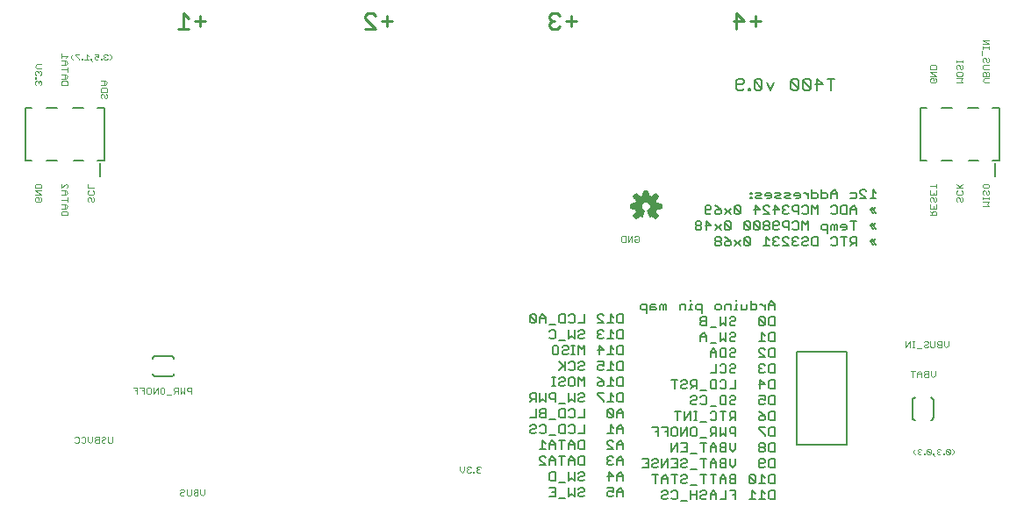
<source format=gbo>
G75*
%MOIN*%
%OFA0B0*%
%FSLAX24Y24*%
%IPPOS*%
%LPD*%
%AMOC8*
5,1,8,0,0,1.08239X$1,22.5*
%
%ADD10C,0.0080*%
%ADD11C,0.0060*%
%ADD12C,0.0110*%
%ADD13C,0.0040*%
%ADD14C,0.0050*%
%ADD15C,0.0059*%
D10*
X021695Y021750D02*
X022324Y021750D01*
X022325Y021750D02*
X022341Y021755D01*
X022357Y021763D01*
X022371Y021773D01*
X022383Y021785D01*
X022393Y021800D01*
X022400Y021816D01*
X022404Y021833D01*
X022405Y021850D01*
X022403Y021868D01*
X022403Y022419D02*
X022405Y022437D01*
X022404Y022454D01*
X022400Y022471D01*
X022393Y022487D01*
X022383Y022502D01*
X022371Y022514D01*
X022357Y022524D01*
X022341Y022532D01*
X022325Y022537D01*
X022324Y022537D02*
X021695Y022537D01*
X021694Y022537D02*
X021678Y022532D01*
X021662Y022524D01*
X021648Y022514D01*
X021636Y022502D01*
X021626Y022487D01*
X021619Y022471D01*
X021615Y022454D01*
X021614Y022437D01*
X021616Y022419D01*
X021616Y021868D02*
X021614Y021850D01*
X021615Y021833D01*
X021619Y021816D01*
X021626Y021800D01*
X021636Y021785D01*
X021648Y021773D01*
X021662Y021763D01*
X021678Y021755D01*
X021694Y021750D01*
X043786Y032703D02*
X043786Y032984D01*
X043856Y033054D01*
X043997Y033054D01*
X044067Y032984D01*
X044067Y032914D01*
X043997Y032843D01*
X043786Y032843D01*
X043786Y032703D02*
X043856Y032633D01*
X043997Y032633D01*
X044067Y032703D01*
X044227Y032703D02*
X044227Y032633D01*
X044297Y032633D01*
X044297Y032703D01*
X044227Y032703D01*
X044477Y032703D02*
X044477Y032984D01*
X044757Y032703D01*
X044687Y032633D01*
X044547Y032633D01*
X044477Y032703D01*
X044757Y032703D02*
X044757Y032984D01*
X044687Y033054D01*
X044547Y033054D01*
X044477Y032984D01*
X044937Y032914D02*
X045077Y032633D01*
X045218Y032914D01*
X045858Y032984D02*
X046138Y032703D01*
X046068Y032633D01*
X045928Y032633D01*
X045858Y032703D01*
X045858Y032984D01*
X045928Y033054D01*
X046068Y033054D01*
X046138Y032984D01*
X046138Y032703D01*
X046318Y032703D02*
X046318Y032984D01*
X046599Y032703D01*
X046529Y032633D01*
X046389Y032633D01*
X046318Y032703D01*
X046318Y032984D02*
X046389Y033054D01*
X046529Y033054D01*
X046599Y032984D01*
X046599Y032703D01*
X046779Y032843D02*
X047059Y032843D01*
X046849Y033054D01*
X046849Y032633D01*
X047379Y032633D02*
X047379Y033054D01*
X047239Y033054D02*
X047520Y033054D01*
X050464Y020843D02*
X050464Y020193D01*
X050466Y020176D01*
X050470Y020159D01*
X050477Y020143D01*
X050487Y020129D01*
X050500Y020116D01*
X050514Y020106D01*
X050530Y020099D01*
X050547Y020095D01*
X050564Y020093D01*
X051164Y020093D02*
X051181Y020095D01*
X051198Y020099D01*
X051214Y020106D01*
X051228Y020116D01*
X051241Y020129D01*
X051251Y020143D01*
X051258Y020159D01*
X051262Y020176D01*
X051264Y020193D01*
X051264Y020843D01*
X051262Y020860D01*
X051258Y020877D01*
X051251Y020893D01*
X051241Y020907D01*
X051228Y020920D01*
X051214Y020930D01*
X051198Y020937D01*
X051181Y020941D01*
X051164Y020943D01*
X050564Y020943D02*
X050547Y020941D01*
X050530Y020937D01*
X050514Y020930D01*
X050500Y020920D01*
X050487Y020907D01*
X050477Y020893D01*
X050470Y020877D01*
X050466Y020860D01*
X050464Y020843D01*
D11*
X045230Y020673D02*
X045059Y020673D01*
X045003Y020730D01*
X045003Y020957D01*
X045059Y021014D01*
X045230Y021014D01*
X045230Y020673D01*
X045230Y020414D02*
X045059Y020414D01*
X045003Y020357D01*
X045003Y020130D01*
X045059Y020073D01*
X045230Y020073D01*
X045230Y020414D01*
X044861Y020243D02*
X044691Y020243D01*
X044634Y020187D01*
X044634Y020130D01*
X044691Y020073D01*
X044804Y020073D01*
X044861Y020130D01*
X044861Y020243D01*
X044748Y020357D01*
X044634Y020414D01*
X044691Y020673D02*
X044804Y020673D01*
X044861Y020730D01*
X044861Y020843D02*
X044748Y020900D01*
X044691Y020900D01*
X044634Y020843D01*
X044634Y020730D01*
X044691Y020673D01*
X044861Y020843D02*
X044861Y021014D01*
X044634Y021014D01*
X044691Y021273D02*
X044691Y021614D01*
X044861Y021443D01*
X044634Y021443D01*
X045003Y021330D02*
X045003Y021557D01*
X045059Y021614D01*
X045230Y021614D01*
X045230Y021273D01*
X045059Y021273D01*
X045003Y021330D01*
X045059Y021873D02*
X045003Y021930D01*
X045003Y022157D01*
X045059Y022214D01*
X045230Y022214D01*
X045230Y021873D01*
X045059Y021873D01*
X044861Y021930D02*
X044804Y021873D01*
X044691Y021873D01*
X044634Y021930D01*
X044634Y021987D01*
X044691Y022043D01*
X044748Y022043D01*
X044691Y022043D02*
X044634Y022100D01*
X044634Y022157D01*
X044691Y022214D01*
X044804Y022214D01*
X044861Y022157D01*
X044861Y022473D02*
X044634Y022700D01*
X044634Y022757D01*
X044691Y022814D01*
X044804Y022814D01*
X044861Y022757D01*
X045003Y022757D02*
X045059Y022814D01*
X045230Y022814D01*
X045230Y022473D01*
X045059Y022473D01*
X045003Y022530D01*
X045003Y022757D01*
X044861Y022473D02*
X044634Y022473D01*
X044634Y023073D02*
X044861Y023073D01*
X044748Y023073D02*
X044748Y023414D01*
X044861Y023300D01*
X045003Y023357D02*
X045059Y023414D01*
X045230Y023414D01*
X045230Y023073D01*
X045059Y023073D01*
X045003Y023130D01*
X045003Y023357D01*
X045059Y023673D02*
X045003Y023730D01*
X045003Y023957D01*
X045059Y024014D01*
X045230Y024014D01*
X045230Y023673D01*
X045059Y023673D01*
X044861Y023730D02*
X044634Y023957D01*
X044634Y023730D01*
X044691Y023673D01*
X044804Y023673D01*
X044861Y023730D01*
X044861Y023957D01*
X044804Y024014D01*
X044691Y024014D01*
X044634Y023957D01*
X044498Y024273D02*
X044327Y024273D01*
X044327Y024614D01*
X044327Y024500D02*
X044498Y024500D01*
X044554Y024443D01*
X044554Y024330D01*
X044498Y024273D01*
X044691Y024500D02*
X044748Y024500D01*
X044861Y024387D01*
X044861Y024500D02*
X044861Y024273D01*
X045003Y024273D02*
X045003Y024500D01*
X045116Y024614D01*
X045230Y024500D01*
X045230Y024273D01*
X045230Y024443D02*
X045003Y024443D01*
X044186Y024500D02*
X044186Y024330D01*
X044129Y024273D01*
X043959Y024273D01*
X043959Y024500D01*
X043818Y024500D02*
X043761Y024500D01*
X043761Y024273D01*
X043818Y024273D02*
X043704Y024273D01*
X043572Y024273D02*
X043572Y024500D01*
X043402Y024500D01*
X043345Y024443D01*
X043345Y024273D01*
X043204Y024330D02*
X043147Y024273D01*
X043034Y024273D01*
X042977Y024330D01*
X042977Y024443D01*
X043034Y024500D01*
X043147Y024500D01*
X043204Y024443D01*
X043204Y024330D01*
X043161Y024014D02*
X043161Y023673D01*
X043275Y023787D01*
X043388Y023673D01*
X043388Y024014D01*
X043529Y023957D02*
X043586Y024014D01*
X043700Y024014D01*
X043756Y023957D01*
X043756Y023900D01*
X043700Y023843D01*
X043586Y023843D01*
X043529Y023787D01*
X043529Y023730D01*
X043586Y023673D01*
X043700Y023673D01*
X043756Y023730D01*
X043700Y023414D02*
X043756Y023357D01*
X043756Y023300D01*
X043700Y023243D01*
X043586Y023243D01*
X043529Y023187D01*
X043529Y023130D01*
X043586Y023073D01*
X043700Y023073D01*
X043756Y023130D01*
X043700Y023414D02*
X043586Y023414D01*
X043529Y023357D01*
X043388Y023414D02*
X043388Y023073D01*
X043275Y023187D01*
X043161Y023073D01*
X043161Y023414D01*
X043020Y023617D02*
X042793Y023617D01*
X042651Y023673D02*
X042481Y023673D01*
X042424Y023730D01*
X042424Y023787D01*
X042481Y023843D01*
X042651Y023843D01*
X042651Y023673D02*
X042651Y024014D01*
X042481Y024014D01*
X042424Y023957D01*
X042424Y023900D01*
X042481Y023843D01*
X042467Y024160D02*
X042467Y024500D01*
X042297Y024500D01*
X042240Y024443D01*
X042240Y024330D01*
X042297Y024273D01*
X042467Y024273D01*
X042099Y024273D02*
X041985Y024273D01*
X042042Y024273D02*
X042042Y024500D01*
X042099Y024500D01*
X042042Y024614D02*
X042042Y024670D01*
X041853Y024500D02*
X041853Y024273D01*
X041626Y024273D02*
X041626Y024443D01*
X041683Y024500D01*
X041853Y024500D01*
X041117Y024500D02*
X041117Y024273D01*
X041003Y024273D02*
X041003Y024443D01*
X040947Y024500D01*
X040890Y024443D01*
X040890Y024273D01*
X040748Y024330D02*
X040692Y024387D01*
X040521Y024387D01*
X040521Y024443D02*
X040521Y024273D01*
X040692Y024273D01*
X040748Y024330D01*
X040692Y024500D02*
X040578Y024500D01*
X040521Y024443D01*
X040380Y024500D02*
X040380Y024160D01*
X040380Y024273D02*
X040210Y024273D01*
X040153Y024330D01*
X040153Y024443D01*
X040210Y024500D01*
X040380Y024500D01*
X041003Y024443D02*
X041060Y024500D01*
X041117Y024500D01*
X039480Y024114D02*
X039480Y023773D01*
X039309Y023773D01*
X039253Y023830D01*
X039253Y024057D01*
X039309Y024114D01*
X039480Y024114D01*
X039111Y024000D02*
X038998Y024114D01*
X038998Y023773D01*
X039111Y023773D02*
X038884Y023773D01*
X038743Y023773D02*
X038516Y024000D01*
X038516Y024057D01*
X038573Y024114D01*
X038686Y024114D01*
X038743Y024057D01*
X038743Y023773D02*
X038516Y023773D01*
X038573Y023514D02*
X038516Y023457D01*
X038516Y023400D01*
X038573Y023343D01*
X038516Y023287D01*
X038516Y023230D01*
X038573Y023173D01*
X038686Y023173D01*
X038743Y023230D01*
X038884Y023173D02*
X039111Y023173D01*
X038998Y023173D02*
X038998Y023514D01*
X039111Y023400D01*
X039253Y023457D02*
X039309Y023514D01*
X039480Y023514D01*
X039480Y023173D01*
X039309Y023173D01*
X039253Y023230D01*
X039253Y023457D01*
X038743Y023457D02*
X038686Y023514D01*
X038573Y023514D01*
X038573Y023343D02*
X038629Y023343D01*
X038573Y022914D02*
X038743Y022743D01*
X038516Y022743D01*
X038573Y022573D02*
X038573Y022914D01*
X038998Y022914D02*
X038998Y022573D01*
X039111Y022573D02*
X038884Y022573D01*
X038998Y022314D02*
X038998Y021973D01*
X039111Y021973D02*
X038884Y021973D01*
X038743Y022030D02*
X038686Y021973D01*
X038573Y021973D01*
X038516Y022030D01*
X038516Y022143D01*
X038573Y022200D01*
X038629Y022200D01*
X038743Y022143D01*
X038743Y022314D01*
X038516Y022314D01*
X038998Y022314D02*
X039111Y022200D01*
X039253Y022257D02*
X039309Y022314D01*
X039480Y022314D01*
X039480Y021973D01*
X039309Y021973D01*
X039253Y022030D01*
X039253Y022257D01*
X039309Y022573D02*
X039253Y022630D01*
X039253Y022857D01*
X039309Y022914D01*
X039480Y022914D01*
X039480Y022573D01*
X039309Y022573D01*
X039111Y022800D02*
X038998Y022914D01*
X038006Y022914D02*
X038006Y022573D01*
X037779Y022573D02*
X037779Y022914D01*
X037893Y022800D01*
X038006Y022914D01*
X037950Y023173D02*
X038006Y023230D01*
X037950Y023173D02*
X037836Y023173D01*
X037779Y023230D01*
X037779Y023287D01*
X037836Y023343D01*
X037950Y023343D01*
X038006Y023400D01*
X038006Y023457D01*
X037950Y023514D01*
X037836Y023514D01*
X037779Y023457D01*
X037638Y023514D02*
X037638Y023173D01*
X037525Y023287D01*
X037411Y023173D01*
X037411Y023514D01*
X037468Y023773D02*
X037411Y023830D01*
X037468Y023773D02*
X037581Y023773D01*
X037638Y023830D01*
X037638Y024057D01*
X037581Y024114D01*
X037468Y024114D01*
X037411Y024057D01*
X037270Y024114D02*
X037099Y024114D01*
X037043Y024057D01*
X037043Y023830D01*
X037099Y023773D01*
X037270Y023773D01*
X037270Y024114D01*
X036901Y023717D02*
X036674Y023717D01*
X036533Y023773D02*
X036533Y024000D01*
X036420Y024114D01*
X036306Y024000D01*
X036306Y023773D01*
X036165Y023830D02*
X035938Y024057D01*
X035938Y023830D01*
X035995Y023773D01*
X036108Y023773D01*
X036165Y023830D01*
X036165Y024057D01*
X036108Y024114D01*
X035995Y024114D01*
X035938Y024057D01*
X036306Y023943D02*
X036533Y023943D01*
X036731Y023514D02*
X036845Y023514D01*
X036901Y023457D01*
X036901Y023230D01*
X036845Y023173D01*
X036731Y023173D01*
X036674Y023230D01*
X036674Y023457D02*
X036731Y023514D01*
X037043Y023117D02*
X037270Y023117D01*
X037222Y022914D02*
X037336Y022914D01*
X037392Y022857D01*
X037392Y022800D01*
X037336Y022743D01*
X037222Y022743D01*
X037166Y022687D01*
X037166Y022630D01*
X037222Y022573D01*
X037336Y022573D01*
X037392Y022630D01*
X037525Y022573D02*
X037638Y022573D01*
X037581Y022573D02*
X037581Y022914D01*
X037525Y022914D02*
X037638Y022914D01*
X037222Y022914D02*
X037166Y022857D01*
X037024Y022857D02*
X037024Y022630D01*
X036967Y022573D01*
X036854Y022573D01*
X036797Y022630D01*
X036797Y022857D01*
X036854Y022914D01*
X036967Y022914D01*
X037024Y022857D01*
X037043Y022314D02*
X037270Y022087D01*
X037213Y022143D02*
X037043Y021973D01*
X037270Y021973D02*
X037270Y022314D01*
X037411Y022257D02*
X037468Y022314D01*
X037581Y022314D01*
X037638Y022257D01*
X037638Y022030D01*
X037581Y021973D01*
X037468Y021973D01*
X037411Y022030D01*
X037468Y021714D02*
X037411Y021657D01*
X037411Y021430D01*
X037468Y021373D01*
X037581Y021373D01*
X037638Y021430D01*
X037638Y021657D01*
X037581Y021714D01*
X037468Y021714D01*
X037270Y021657D02*
X037270Y021600D01*
X037213Y021543D01*
X037099Y021543D01*
X037043Y021487D01*
X037043Y021430D01*
X037099Y021373D01*
X037213Y021373D01*
X037270Y021430D01*
X037270Y021657D02*
X037213Y021714D01*
X037099Y021714D01*
X037043Y021657D01*
X036901Y021714D02*
X036788Y021714D01*
X036845Y021714D02*
X036845Y021373D01*
X036901Y021373D02*
X036788Y021373D01*
X036731Y021114D02*
X036674Y021057D01*
X036674Y020943D01*
X036731Y020887D01*
X036901Y020887D01*
X036901Y020773D02*
X036901Y021114D01*
X036731Y021114D01*
X036533Y021114D02*
X036533Y020773D01*
X036420Y020887D01*
X036306Y020773D01*
X036306Y021114D01*
X036165Y021114D02*
X035995Y021114D01*
X035938Y021057D01*
X035938Y020943D01*
X035995Y020887D01*
X036165Y020887D01*
X036165Y020773D02*
X036165Y021114D01*
X036051Y020887D02*
X035938Y020773D01*
X036165Y020514D02*
X036165Y020173D01*
X035938Y020173D01*
X035995Y019914D02*
X036108Y019914D01*
X036165Y019857D01*
X036165Y019800D01*
X036108Y019743D01*
X035995Y019743D01*
X035938Y019687D01*
X035938Y019630D01*
X035995Y019573D01*
X036108Y019573D01*
X036165Y019630D01*
X036306Y019630D02*
X036363Y019573D01*
X036476Y019573D01*
X036533Y019630D01*
X036533Y019857D01*
X036476Y019914D01*
X036363Y019914D01*
X036306Y019857D01*
X035995Y019914D02*
X035938Y019857D01*
X036306Y020230D02*
X036363Y020173D01*
X036533Y020173D01*
X036533Y020514D01*
X036363Y020514D01*
X036306Y020457D01*
X036306Y020400D01*
X036363Y020343D01*
X036533Y020343D01*
X036363Y020343D02*
X036306Y020287D01*
X036306Y020230D01*
X036674Y020117D02*
X036901Y020117D01*
X037043Y020230D02*
X037043Y020457D01*
X037099Y020514D01*
X037270Y020514D01*
X037270Y020173D01*
X037099Y020173D01*
X037043Y020230D01*
X037099Y019914D02*
X037270Y019914D01*
X037270Y019573D01*
X037099Y019573D01*
X037043Y019630D01*
X037043Y019857D01*
X037099Y019914D01*
X037411Y019857D02*
X037468Y019914D01*
X037581Y019914D01*
X037638Y019857D01*
X037638Y019630D01*
X037581Y019573D01*
X037468Y019573D01*
X037411Y019630D01*
X037525Y019314D02*
X037411Y019200D01*
X037411Y018973D01*
X037411Y019143D02*
X037638Y019143D01*
X037638Y019200D02*
X037525Y019314D01*
X037638Y019200D02*
X037638Y018973D01*
X037779Y019030D02*
X037779Y019257D01*
X037836Y019314D01*
X038006Y019314D01*
X038006Y018973D01*
X037836Y018973D01*
X037779Y019030D01*
X037836Y018714D02*
X038006Y018714D01*
X038006Y018373D01*
X037836Y018373D01*
X037779Y018430D01*
X037779Y018657D01*
X037836Y018714D01*
X037638Y018600D02*
X037525Y018714D01*
X037411Y018600D01*
X037411Y018373D01*
X037411Y018543D02*
X037638Y018543D01*
X037638Y018600D02*
X037638Y018373D01*
X037638Y018114D02*
X037638Y017773D01*
X037525Y017887D01*
X037411Y017773D01*
X037411Y018114D01*
X037156Y018373D02*
X037156Y018714D01*
X037043Y018714D02*
X037270Y018714D01*
X037156Y018973D02*
X037156Y019314D01*
X037043Y019314D02*
X037270Y019314D01*
X036901Y019200D02*
X036788Y019314D01*
X036674Y019200D01*
X036674Y018973D01*
X036533Y018973D02*
X036306Y018973D01*
X036420Y018973D02*
X036420Y019314D01*
X036533Y019200D01*
X036674Y019143D02*
X036901Y019143D01*
X036901Y019200D02*
X036901Y018973D01*
X036788Y018714D02*
X036674Y018600D01*
X036674Y018373D01*
X036533Y018373D02*
X036306Y018600D01*
X036306Y018657D01*
X036363Y018714D01*
X036476Y018714D01*
X036533Y018657D01*
X036674Y018543D02*
X036901Y018543D01*
X036901Y018600D02*
X036788Y018714D01*
X036901Y018600D02*
X036901Y018373D01*
X036901Y018114D02*
X036731Y018114D01*
X036674Y018057D01*
X036674Y017830D01*
X036731Y017773D01*
X036901Y017773D01*
X036901Y018114D01*
X037043Y017717D02*
X037270Y017717D01*
X037411Y017514D02*
X037411Y017173D01*
X037525Y017287D01*
X037638Y017173D01*
X037638Y017514D01*
X037779Y017457D02*
X037836Y017514D01*
X037950Y017514D01*
X038006Y017457D01*
X038006Y017400D01*
X037950Y017343D01*
X037836Y017343D01*
X037779Y017287D01*
X037779Y017230D01*
X037836Y017173D01*
X037950Y017173D01*
X038006Y017230D01*
X037950Y017773D02*
X038006Y017830D01*
X037950Y017773D02*
X037836Y017773D01*
X037779Y017830D01*
X037779Y017887D01*
X037836Y017943D01*
X037950Y017943D01*
X038006Y018000D01*
X038006Y018057D01*
X037950Y018114D01*
X037836Y018114D01*
X037779Y018057D01*
X036901Y017514D02*
X036901Y017173D01*
X036674Y017173D01*
X036788Y017343D02*
X036901Y017343D01*
X036901Y017514D02*
X036674Y017514D01*
X037043Y017117D02*
X037270Y017117D01*
X036533Y018373D02*
X036306Y018373D01*
X036674Y019517D02*
X036901Y019517D01*
X037468Y020173D02*
X037411Y020230D01*
X037468Y020173D02*
X037581Y020173D01*
X037638Y020230D01*
X037638Y020457D01*
X037581Y020514D01*
X037468Y020514D01*
X037411Y020457D01*
X037270Y020717D02*
X037043Y020717D01*
X037411Y020773D02*
X037411Y021114D01*
X037638Y021114D02*
X037638Y020773D01*
X037525Y020887D01*
X037411Y020773D01*
X037779Y020830D02*
X037836Y020773D01*
X037950Y020773D01*
X038006Y020830D01*
X037950Y020943D02*
X037836Y020943D01*
X037779Y020887D01*
X037779Y020830D01*
X037950Y020943D02*
X038006Y021000D01*
X038006Y021057D01*
X037950Y021114D01*
X037836Y021114D01*
X037779Y021057D01*
X037779Y021373D02*
X037779Y021714D01*
X037893Y021600D01*
X038006Y021714D01*
X038006Y021373D01*
X038516Y021430D02*
X038516Y021487D01*
X038573Y021543D01*
X038743Y021543D01*
X038743Y021430D01*
X038686Y021373D01*
X038573Y021373D01*
X038516Y021430D01*
X038629Y021657D02*
X038743Y021543D01*
X038629Y021657D02*
X038516Y021714D01*
X038998Y021714D02*
X038998Y021373D01*
X039111Y021373D02*
X038884Y021373D01*
X038998Y021114D02*
X038998Y020773D01*
X039111Y020773D02*
X038884Y020773D01*
X038743Y020773D02*
X038743Y020830D01*
X038516Y021057D01*
X038516Y021114D01*
X038743Y021114D01*
X038998Y021114D02*
X039111Y021000D01*
X039253Y021057D02*
X039309Y021114D01*
X039480Y021114D01*
X039480Y020773D01*
X039309Y020773D01*
X039253Y020830D01*
X039253Y021057D01*
X039309Y021373D02*
X039253Y021430D01*
X039253Y021657D01*
X039309Y021714D01*
X039480Y021714D01*
X039480Y021373D01*
X039309Y021373D01*
X039111Y021600D02*
X038998Y021714D01*
X038006Y022030D02*
X037950Y021973D01*
X037836Y021973D01*
X037779Y022030D01*
X037779Y022087D01*
X037836Y022143D01*
X037950Y022143D01*
X038006Y022200D01*
X038006Y022257D01*
X037950Y022314D01*
X037836Y022314D01*
X037779Y022257D01*
X037779Y023773D02*
X038006Y023773D01*
X038006Y024114D01*
X041320Y021614D02*
X041546Y021614D01*
X041433Y021614D02*
X041433Y021273D01*
X041688Y021330D02*
X041745Y021273D01*
X041858Y021273D01*
X041915Y021330D01*
X041858Y021443D02*
X041745Y021443D01*
X041688Y021387D01*
X041688Y021330D01*
X041858Y021443D02*
X041915Y021500D01*
X041915Y021557D01*
X041858Y021614D01*
X041745Y021614D01*
X041688Y021557D01*
X042056Y021557D02*
X042056Y021443D01*
X042113Y021387D01*
X042283Y021387D01*
X042170Y021387D02*
X042056Y021273D01*
X042283Y021273D02*
X042283Y021614D01*
X042113Y021614D01*
X042056Y021557D01*
X042424Y021217D02*
X042651Y021217D01*
X042793Y021330D02*
X042793Y021557D01*
X042849Y021614D01*
X043020Y021614D01*
X043020Y021273D01*
X042849Y021273D01*
X042793Y021330D01*
X043161Y021330D02*
X043218Y021273D01*
X043331Y021273D01*
X043388Y021330D01*
X043388Y021557D01*
X043331Y021614D01*
X043218Y021614D01*
X043161Y021557D01*
X043218Y021873D02*
X043161Y021930D01*
X043218Y021873D02*
X043331Y021873D01*
X043388Y021930D01*
X043388Y022157D01*
X043331Y022214D01*
X043218Y022214D01*
X043161Y022157D01*
X043020Y022214D02*
X043020Y021873D01*
X042793Y021873D01*
X042793Y022473D02*
X042793Y022700D01*
X042906Y022814D01*
X043020Y022700D01*
X043020Y022473D01*
X043161Y022530D02*
X043161Y022757D01*
X043218Y022814D01*
X043388Y022814D01*
X043388Y022473D01*
X043218Y022473D01*
X043161Y022530D01*
X043020Y022643D02*
X042793Y022643D01*
X042793Y023017D02*
X043020Y023017D01*
X042651Y023073D02*
X042651Y023300D01*
X042538Y023414D01*
X042424Y023300D01*
X042424Y023073D01*
X042424Y023243D02*
X042651Y023243D01*
X043529Y022757D02*
X043586Y022814D01*
X043700Y022814D01*
X043756Y022757D01*
X043756Y022700D01*
X043700Y022643D01*
X043586Y022643D01*
X043529Y022587D01*
X043529Y022530D01*
X043586Y022473D01*
X043700Y022473D01*
X043756Y022530D01*
X043700Y022214D02*
X043756Y022157D01*
X043756Y022100D01*
X043700Y022043D01*
X043586Y022043D01*
X043529Y021987D01*
X043529Y021930D01*
X043586Y021873D01*
X043700Y021873D01*
X043756Y021930D01*
X043700Y022214D02*
X043586Y022214D01*
X043529Y022157D01*
X043756Y021614D02*
X043756Y021273D01*
X043529Y021273D01*
X043586Y021014D02*
X043700Y021014D01*
X043756Y020957D01*
X043756Y020900D01*
X043700Y020843D01*
X043586Y020843D01*
X043529Y020787D01*
X043529Y020730D01*
X043586Y020673D01*
X043700Y020673D01*
X043756Y020730D01*
X043756Y020414D02*
X043586Y020414D01*
X043529Y020357D01*
X043529Y020243D01*
X043586Y020187D01*
X043756Y020187D01*
X043643Y020187D02*
X043529Y020073D01*
X043756Y020073D02*
X043756Y020414D01*
X043388Y020414D02*
X043161Y020414D01*
X043275Y020414D02*
X043275Y020073D01*
X043020Y020130D02*
X042963Y020073D01*
X042849Y020073D01*
X042793Y020130D01*
X042651Y020017D02*
X042424Y020017D01*
X042283Y020073D02*
X042170Y020073D01*
X042226Y020073D02*
X042226Y020414D01*
X042170Y020414D02*
X042283Y020414D01*
X042037Y020414D02*
X041811Y020073D01*
X041811Y020414D01*
X041669Y020414D02*
X041442Y020414D01*
X041556Y020414D02*
X041556Y020073D01*
X041490Y019814D02*
X041546Y019757D01*
X041546Y019530D01*
X041490Y019473D01*
X041376Y019473D01*
X041320Y019530D01*
X041320Y019757D01*
X041376Y019814D01*
X041490Y019814D01*
X041688Y019814D02*
X041688Y019473D01*
X041915Y019814D01*
X041915Y019473D01*
X042056Y019530D02*
X042056Y019757D01*
X042113Y019814D01*
X042226Y019814D01*
X042283Y019757D01*
X042283Y019530D01*
X042226Y019473D01*
X042113Y019473D01*
X042056Y019530D01*
X041915Y019214D02*
X041915Y018873D01*
X041688Y018873D01*
X041546Y018873D02*
X041546Y019214D01*
X041320Y018873D01*
X041320Y019214D01*
X041178Y019473D02*
X041178Y019814D01*
X040951Y019814D01*
X040810Y019814D02*
X040583Y019814D01*
X040696Y019643D02*
X040810Y019643D01*
X040810Y019473D02*
X040810Y019814D01*
X041065Y019643D02*
X041178Y019643D01*
X041688Y019214D02*
X041915Y019214D01*
X041915Y019043D02*
X041801Y019043D01*
X042056Y018817D02*
X042283Y018817D01*
X042424Y018614D02*
X042651Y018614D01*
X042538Y018614D02*
X042538Y018273D01*
X042793Y018273D02*
X042793Y018500D01*
X042906Y018614D01*
X043020Y018500D01*
X043020Y018273D01*
X043161Y018330D02*
X043161Y018387D01*
X043218Y018443D01*
X043388Y018443D01*
X043529Y018387D02*
X043529Y018614D01*
X043388Y018614D02*
X043218Y018614D01*
X043161Y018557D01*
X043161Y018500D01*
X043218Y018443D01*
X043161Y018330D02*
X043218Y018273D01*
X043388Y018273D01*
X043388Y018614D01*
X043388Y018873D02*
X043218Y018873D01*
X043161Y018930D01*
X043161Y018987D01*
X043218Y019043D01*
X043388Y019043D01*
X043529Y018987D02*
X043529Y019214D01*
X043388Y019214D02*
X043218Y019214D01*
X043161Y019157D01*
X043161Y019100D01*
X043218Y019043D01*
X043020Y019043D02*
X042793Y019043D01*
X042793Y019100D02*
X042793Y018873D01*
X043020Y018873D02*
X043020Y019100D01*
X042906Y019214D01*
X042793Y019100D01*
X042651Y019214D02*
X042424Y019214D01*
X042538Y019214D02*
X042538Y018873D01*
X042793Y018443D02*
X043020Y018443D01*
X043020Y018014D02*
X042793Y018014D01*
X042906Y018014D02*
X042906Y017673D01*
X043161Y017673D02*
X043161Y017900D01*
X043275Y018014D01*
X043388Y017900D01*
X043388Y017673D01*
X043529Y017730D02*
X043586Y017673D01*
X043756Y017673D01*
X043756Y018014D01*
X043586Y018014D01*
X043529Y017957D01*
X043529Y017900D01*
X043586Y017843D01*
X043756Y017843D01*
X043586Y017843D02*
X043529Y017787D01*
X043529Y017730D01*
X043388Y017843D02*
X043161Y017843D01*
X043388Y017414D02*
X043388Y017073D01*
X043161Y017073D01*
X043020Y017073D02*
X043020Y017300D01*
X042906Y017414D01*
X042793Y017300D01*
X042793Y017073D01*
X042651Y017130D02*
X042595Y017073D01*
X042481Y017073D01*
X042424Y017130D01*
X042424Y017187D01*
X042481Y017243D01*
X042595Y017243D01*
X042651Y017300D01*
X042651Y017357D01*
X042595Y017414D01*
X042481Y017414D01*
X042424Y017357D01*
X042283Y017414D02*
X042283Y017073D01*
X042283Y017243D02*
X042056Y017243D01*
X042056Y017073D02*
X042056Y017414D01*
X042056Y017617D02*
X042283Y017617D01*
X042538Y017673D02*
X042538Y018014D01*
X042651Y018014D02*
X042424Y018014D01*
X042283Y018217D02*
X042056Y018217D01*
X041915Y018330D02*
X041858Y018273D01*
X041745Y018273D01*
X041688Y018330D01*
X041688Y018387D01*
X041745Y018443D01*
X041858Y018443D01*
X041915Y018500D01*
X041915Y018557D01*
X041858Y018614D01*
X041745Y018614D01*
X041688Y018557D01*
X041546Y018614D02*
X041546Y018273D01*
X041320Y018273D01*
X041178Y018273D02*
X041178Y018614D01*
X040951Y018273D01*
X040951Y018614D01*
X040810Y018557D02*
X040810Y018500D01*
X040753Y018443D01*
X040640Y018443D01*
X040583Y018387D01*
X040583Y018330D01*
X040640Y018273D01*
X040753Y018273D01*
X040810Y018330D01*
X040810Y018557D02*
X040753Y018614D01*
X040640Y018614D01*
X040583Y018557D01*
X040441Y018614D02*
X040441Y018273D01*
X040215Y018273D01*
X040328Y018443D02*
X040441Y018443D01*
X040441Y018614D02*
X040215Y018614D01*
X040583Y018014D02*
X040810Y018014D01*
X040696Y018014D02*
X040696Y017673D01*
X040951Y017673D02*
X040951Y017900D01*
X041065Y018014D01*
X041178Y017900D01*
X041178Y017673D01*
X041178Y017843D02*
X040951Y017843D01*
X041320Y018014D02*
X041546Y018014D01*
X041433Y018014D02*
X041433Y017673D01*
X041688Y017730D02*
X041745Y017673D01*
X041858Y017673D01*
X041915Y017730D01*
X041858Y017843D02*
X041745Y017843D01*
X041688Y017787D01*
X041688Y017730D01*
X041858Y017843D02*
X041915Y017900D01*
X041915Y017957D01*
X041858Y018014D01*
X041745Y018014D01*
X041688Y017957D01*
X041546Y018443D02*
X041433Y018443D01*
X041320Y018614D02*
X041546Y018614D01*
X042424Y019417D02*
X042651Y019417D01*
X042793Y019473D02*
X042906Y019587D01*
X042849Y019587D02*
X043020Y019587D01*
X043020Y019473D02*
X043020Y019814D01*
X042849Y019814D01*
X042793Y019757D01*
X042793Y019643D01*
X042849Y019587D01*
X043161Y019473D02*
X043161Y019814D01*
X043388Y019814D02*
X043388Y019473D01*
X043275Y019587D01*
X043161Y019473D01*
X043388Y019214D02*
X043388Y018873D01*
X043529Y018987D02*
X043643Y018873D01*
X043756Y018987D01*
X043756Y019214D01*
X043756Y019473D02*
X043756Y019814D01*
X043586Y019814D01*
X043529Y019757D01*
X043529Y019643D01*
X043586Y019587D01*
X043756Y019587D01*
X044634Y019757D02*
X044861Y019530D01*
X044861Y019473D01*
X045003Y019530D02*
X045003Y019757D01*
X045059Y019814D01*
X045230Y019814D01*
X045230Y019473D01*
X045059Y019473D01*
X045003Y019530D01*
X044861Y019814D02*
X044634Y019814D01*
X044634Y019757D01*
X044691Y019214D02*
X044634Y019157D01*
X044634Y019100D01*
X044691Y019043D01*
X044804Y019043D01*
X044861Y019100D01*
X044861Y019157D01*
X044804Y019214D01*
X044691Y019214D01*
X044691Y019043D02*
X044634Y018987D01*
X044634Y018930D01*
X044691Y018873D01*
X044804Y018873D01*
X044861Y018930D01*
X044861Y018987D01*
X044804Y019043D01*
X045003Y018930D02*
X045003Y019157D01*
X045059Y019214D01*
X045230Y019214D01*
X045230Y018873D01*
X045059Y018873D01*
X045003Y018930D01*
X045059Y018614D02*
X045003Y018557D01*
X045003Y018330D01*
X045059Y018273D01*
X045230Y018273D01*
X045230Y018614D01*
X045059Y018614D01*
X044861Y018557D02*
X044861Y018500D01*
X044804Y018443D01*
X044634Y018443D01*
X044634Y018330D02*
X044634Y018557D01*
X044691Y018614D01*
X044804Y018614D01*
X044861Y018557D01*
X044861Y018330D02*
X044804Y018273D01*
X044691Y018273D01*
X044634Y018330D01*
X044748Y018014D02*
X044748Y017673D01*
X044861Y017673D02*
X044634Y017673D01*
X044493Y017730D02*
X044266Y017957D01*
X044266Y017730D01*
X044323Y017673D01*
X044436Y017673D01*
X044493Y017730D01*
X044493Y017957D01*
X044436Y018014D01*
X044323Y018014D01*
X044266Y017957D01*
X044748Y018014D02*
X044861Y017900D01*
X045003Y017957D02*
X045059Y018014D01*
X045230Y018014D01*
X045230Y017673D01*
X045059Y017673D01*
X045003Y017730D01*
X045003Y017957D01*
X045059Y017414D02*
X045003Y017357D01*
X045003Y017130D01*
X045059Y017073D01*
X045230Y017073D01*
X045230Y017414D01*
X045059Y017414D01*
X044861Y017300D02*
X044748Y017414D01*
X044748Y017073D01*
X044861Y017073D02*
X044634Y017073D01*
X044493Y017073D02*
X044266Y017073D01*
X044379Y017073D02*
X044379Y017414D01*
X044493Y017300D01*
X043756Y017243D02*
X043643Y017243D01*
X043756Y017073D02*
X043756Y017414D01*
X043529Y017414D01*
X043020Y017243D02*
X042793Y017243D01*
X041915Y017017D02*
X041688Y017017D01*
X041546Y017130D02*
X041490Y017073D01*
X041376Y017073D01*
X041320Y017130D01*
X041178Y017130D02*
X041121Y017073D01*
X041008Y017073D01*
X040951Y017130D01*
X040951Y017187D01*
X041008Y017243D01*
X041121Y017243D01*
X041178Y017300D01*
X041178Y017357D01*
X041121Y017414D01*
X041008Y017414D01*
X040951Y017357D01*
X041320Y017357D02*
X041376Y017414D01*
X041490Y017414D01*
X041546Y017357D01*
X041546Y017130D01*
X039480Y017173D02*
X039480Y017400D01*
X039366Y017514D01*
X039253Y017400D01*
X039253Y017173D01*
X039111Y017230D02*
X039054Y017173D01*
X038941Y017173D01*
X038884Y017230D01*
X038884Y017343D01*
X038941Y017400D01*
X038998Y017400D01*
X039111Y017343D01*
X039111Y017514D01*
X038884Y017514D01*
X038941Y017773D02*
X038941Y018114D01*
X039111Y017943D01*
X038884Y017943D01*
X039253Y017943D02*
X039480Y017943D01*
X039480Y018000D02*
X039366Y018114D01*
X039253Y018000D01*
X039253Y017773D01*
X039480Y017773D02*
X039480Y018000D01*
X039480Y018373D02*
X039480Y018600D01*
X039366Y018714D01*
X039253Y018600D01*
X039253Y018373D01*
X039111Y018430D02*
X039054Y018373D01*
X038941Y018373D01*
X038884Y018430D01*
X038884Y018487D01*
X038941Y018543D01*
X038998Y018543D01*
X038941Y018543D02*
X038884Y018600D01*
X038884Y018657D01*
X038941Y018714D01*
X039054Y018714D01*
X039111Y018657D01*
X039253Y018543D02*
X039480Y018543D01*
X039480Y018973D02*
X039480Y019200D01*
X039366Y019314D01*
X039253Y019200D01*
X039253Y018973D01*
X039111Y018973D02*
X038884Y019200D01*
X038884Y019257D01*
X038941Y019314D01*
X039054Y019314D01*
X039111Y019257D01*
X039253Y019143D02*
X039480Y019143D01*
X039111Y018973D02*
X038884Y018973D01*
X038884Y019573D02*
X039111Y019573D01*
X038998Y019573D02*
X038998Y019914D01*
X039111Y019800D01*
X039253Y019800D02*
X039253Y019573D01*
X039253Y019743D02*
X039480Y019743D01*
X039480Y019800D02*
X039366Y019914D01*
X039253Y019800D01*
X039480Y019800D02*
X039480Y019573D01*
X039480Y020173D02*
X039480Y020400D01*
X039366Y020514D01*
X039253Y020400D01*
X039253Y020173D01*
X039111Y020230D02*
X038884Y020457D01*
X038884Y020230D01*
X038941Y020173D01*
X039054Y020173D01*
X039111Y020230D01*
X039111Y020457D01*
X039054Y020514D01*
X038941Y020514D01*
X038884Y020457D01*
X039253Y020343D02*
X039480Y020343D01*
X038006Y020173D02*
X037779Y020173D01*
X038006Y020173D02*
X038006Y020514D01*
X038006Y019914D02*
X038006Y019573D01*
X037779Y019573D01*
X039253Y017343D02*
X039480Y017343D01*
X042037Y020073D02*
X042037Y020414D01*
X042113Y020673D02*
X042226Y020673D01*
X042283Y020730D01*
X042226Y020843D02*
X042113Y020843D01*
X042056Y020787D01*
X042056Y020730D01*
X042113Y020673D01*
X042226Y020843D02*
X042283Y020900D01*
X042283Y020957D01*
X042226Y021014D01*
X042113Y021014D01*
X042056Y020957D01*
X042424Y020957D02*
X042481Y021014D01*
X042595Y021014D01*
X042651Y020957D01*
X042651Y020730D01*
X042595Y020673D01*
X042481Y020673D01*
X042424Y020730D01*
X042793Y020617D02*
X043020Y020617D01*
X043161Y020730D02*
X043161Y020957D01*
X043218Y021014D01*
X043388Y021014D01*
X043388Y020673D01*
X043218Y020673D01*
X043161Y020730D01*
X042963Y020414D02*
X043020Y020357D01*
X043020Y020130D01*
X042963Y020414D02*
X042849Y020414D01*
X042793Y020357D01*
X043529Y020957D02*
X043586Y021014D01*
X043756Y018614D02*
X043756Y018387D01*
X043643Y018273D01*
X043529Y018387D01*
X043761Y024614D02*
X043761Y024670D01*
X043703Y026706D02*
X043929Y026932D01*
X044071Y026989D02*
X044298Y026762D01*
X044241Y026706D01*
X044128Y026706D01*
X044071Y026762D01*
X044071Y026989D01*
X044128Y027046D01*
X044241Y027046D01*
X044298Y026989D01*
X044298Y026762D01*
X043929Y026706D02*
X043703Y026932D01*
X043561Y026876D02*
X043391Y026876D01*
X043334Y026819D01*
X043334Y026762D01*
X043391Y026706D01*
X043504Y026706D01*
X043561Y026762D01*
X043561Y026876D01*
X043448Y026989D01*
X043334Y027046D01*
X043193Y026989D02*
X043193Y026932D01*
X043136Y026876D01*
X043023Y026876D01*
X042966Y026819D01*
X042966Y026762D01*
X043023Y026706D01*
X043136Y026706D01*
X043193Y026762D01*
X043193Y026819D01*
X043136Y026876D01*
X043023Y026876D02*
X042966Y026932D01*
X042966Y026989D01*
X043023Y027046D01*
X043136Y027046D01*
X043193Y026989D01*
X043193Y027306D02*
X042966Y027532D01*
X042824Y027476D02*
X042654Y027646D01*
X042654Y027306D01*
X042598Y027476D02*
X042824Y027476D01*
X042966Y027306D02*
X043193Y027532D01*
X043334Y027589D02*
X043561Y027362D01*
X043504Y027306D01*
X043391Y027306D01*
X043334Y027362D01*
X043334Y027589D01*
X043391Y027646D01*
X043504Y027646D01*
X043561Y027589D01*
X043561Y027362D01*
X044071Y027362D02*
X044071Y027589D01*
X044298Y027362D01*
X044241Y027306D01*
X044128Y027306D01*
X044071Y027362D01*
X044298Y027362D02*
X044298Y027589D01*
X044241Y027646D01*
X044128Y027646D01*
X044071Y027589D01*
X044439Y027589D02*
X044666Y027362D01*
X044609Y027306D01*
X044496Y027306D01*
X044439Y027362D01*
X044439Y027589D01*
X044496Y027646D01*
X044609Y027646D01*
X044666Y027589D01*
X044666Y027362D01*
X044807Y027362D02*
X044864Y027306D01*
X044978Y027306D01*
X045034Y027362D01*
X045034Y027419D01*
X044978Y027476D01*
X044864Y027476D01*
X044807Y027419D01*
X044807Y027362D01*
X044864Y027476D02*
X044807Y027532D01*
X044807Y027589D01*
X044864Y027646D01*
X044978Y027646D01*
X045034Y027589D01*
X045034Y027532D01*
X044978Y027476D01*
X045176Y027476D02*
X045346Y027476D01*
X045403Y027532D01*
X045403Y027589D01*
X045346Y027646D01*
X045233Y027646D01*
X045176Y027589D01*
X045176Y027362D01*
X045233Y027306D01*
X045346Y027306D01*
X045403Y027362D01*
X045544Y027476D02*
X045601Y027419D01*
X045771Y027419D01*
X045771Y027306D02*
X045771Y027646D01*
X045601Y027646D01*
X045544Y027589D01*
X045544Y027476D01*
X045912Y027589D02*
X045969Y027646D01*
X046083Y027646D01*
X046139Y027589D01*
X046139Y027362D01*
X046083Y027306D01*
X045969Y027306D01*
X045912Y027362D01*
X045969Y027046D02*
X045912Y026989D01*
X045912Y026932D01*
X045969Y026876D01*
X045912Y026819D01*
X045912Y026762D01*
X045969Y026706D01*
X046083Y026706D01*
X046139Y026762D01*
X046281Y026762D02*
X046337Y026706D01*
X046451Y026706D01*
X046508Y026762D01*
X046451Y026876D02*
X046337Y026876D01*
X046281Y026819D01*
X046281Y026762D01*
X046451Y026876D02*
X046508Y026932D01*
X046508Y026989D01*
X046451Y027046D01*
X046337Y027046D01*
X046281Y026989D01*
X046139Y026989D02*
X046083Y027046D01*
X045969Y027046D01*
X045969Y026876D02*
X046026Y026876D01*
X045771Y026989D02*
X045714Y027046D01*
X045601Y027046D01*
X045544Y026989D01*
X045544Y026932D01*
X045771Y026706D01*
X045544Y026706D01*
X045403Y026762D02*
X045346Y026706D01*
X045233Y026706D01*
X045176Y026762D01*
X045176Y026819D01*
X045233Y026876D01*
X045289Y026876D01*
X045233Y026876D02*
X045176Y026932D01*
X045176Y026989D01*
X045233Y027046D01*
X045346Y027046D01*
X045403Y026989D01*
X045034Y026932D02*
X044921Y027046D01*
X044921Y026706D01*
X045034Y026706D02*
X044807Y026706D01*
X044807Y027906D02*
X045034Y027906D01*
X044807Y028132D01*
X044807Y028189D01*
X044864Y028246D01*
X044978Y028246D01*
X045034Y028189D01*
X045176Y028076D02*
X045403Y028076D01*
X045233Y028246D01*
X045233Y027906D01*
X045544Y027962D02*
X045601Y027906D01*
X045714Y027906D01*
X045771Y027962D01*
X045658Y028076D02*
X045601Y028076D01*
X045544Y028019D01*
X045544Y027962D01*
X045601Y028076D02*
X045544Y028132D01*
X045544Y028189D01*
X045601Y028246D01*
X045714Y028246D01*
X045771Y028189D01*
X045912Y028189D02*
X045912Y028076D01*
X045969Y028019D01*
X046139Y028019D01*
X046139Y027906D02*
X046139Y028246D01*
X045969Y028246D01*
X045912Y028189D01*
X045832Y028506D02*
X045662Y028506D01*
X045606Y028562D01*
X045662Y028619D01*
X045776Y028619D01*
X045832Y028676D01*
X045776Y028732D01*
X045606Y028732D01*
X045464Y028676D02*
X045407Y028732D01*
X045237Y028732D01*
X045294Y028619D02*
X045407Y028619D01*
X045464Y028676D01*
X045464Y028506D02*
X045294Y028506D01*
X045237Y028562D01*
X045294Y028619D01*
X045096Y028619D02*
X044869Y028619D01*
X044869Y028676D01*
X044926Y028732D01*
X045039Y028732D01*
X045096Y028676D01*
X045096Y028562D01*
X045039Y028506D01*
X044926Y028506D01*
X044727Y028506D02*
X044557Y028506D01*
X044501Y028562D01*
X044557Y028619D01*
X044671Y028619D01*
X044727Y028676D01*
X044671Y028732D01*
X044501Y028732D01*
X044359Y028732D02*
X044359Y028676D01*
X044302Y028676D01*
X044302Y028732D01*
X044359Y028732D01*
X044359Y028562D02*
X044359Y028506D01*
X044302Y028506D01*
X044302Y028562D01*
X044359Y028562D01*
X044496Y028246D02*
X044666Y028076D01*
X044439Y028076D01*
X044496Y027906D02*
X044496Y028246D01*
X043929Y028189D02*
X043873Y028246D01*
X043759Y028246D01*
X043703Y028189D01*
X043929Y027962D01*
X043873Y027906D01*
X043759Y027906D01*
X043703Y027962D01*
X043703Y028189D01*
X043561Y028132D02*
X043334Y027906D01*
X043193Y027962D02*
X043136Y027906D01*
X043023Y027906D01*
X042966Y027962D01*
X042966Y028019D01*
X043023Y028076D01*
X043193Y028076D01*
X043193Y027962D01*
X043193Y028076D02*
X043079Y028189D01*
X042966Y028246D01*
X042824Y028189D02*
X042824Y028132D01*
X042768Y028076D01*
X042598Y028076D01*
X042598Y028189D02*
X042654Y028246D01*
X042768Y028246D01*
X042824Y028189D01*
X042598Y028189D02*
X042598Y027962D01*
X042654Y027906D01*
X042768Y027906D01*
X042824Y027962D01*
X042456Y027589D02*
X042456Y027532D01*
X042399Y027476D01*
X042286Y027476D01*
X042229Y027419D01*
X042229Y027362D01*
X042286Y027306D01*
X042399Y027306D01*
X042456Y027362D01*
X042456Y027419D01*
X042399Y027476D01*
X042286Y027476D02*
X042229Y027532D01*
X042229Y027589D01*
X042286Y027646D01*
X042399Y027646D01*
X042456Y027589D01*
X043334Y028132D02*
X043561Y027906D01*
X043929Y027962D02*
X043929Y028189D01*
X045974Y028619D02*
X046201Y028619D01*
X046201Y028562D02*
X046201Y028676D01*
X046144Y028732D01*
X046031Y028732D01*
X045974Y028676D01*
X045974Y028619D01*
X046031Y028506D02*
X046144Y028506D01*
X046201Y028562D01*
X046337Y028732D02*
X046394Y028732D01*
X046508Y028619D01*
X046508Y028506D02*
X046508Y028732D01*
X046649Y028732D02*
X046819Y028732D01*
X046876Y028676D01*
X046876Y028562D01*
X046819Y028506D01*
X046649Y028506D01*
X046649Y028846D01*
X047017Y028846D02*
X047017Y028506D01*
X047188Y028506D01*
X047244Y028562D01*
X047244Y028676D01*
X047188Y028732D01*
X047017Y028732D01*
X047386Y028732D02*
X047386Y028506D01*
X047386Y028676D02*
X047613Y028676D01*
X047613Y028732D02*
X047499Y028846D01*
X047386Y028732D01*
X047613Y028732D02*
X047613Y028506D01*
X047556Y028246D02*
X047442Y028246D01*
X047386Y028189D01*
X047556Y028246D02*
X047613Y028189D01*
X047613Y027962D01*
X047556Y027906D01*
X047442Y027906D01*
X047386Y027962D01*
X047754Y027962D02*
X047811Y027906D01*
X047981Y027906D01*
X047981Y028246D01*
X047811Y028246D01*
X047754Y028189D01*
X047754Y027962D01*
X048122Y027906D02*
X048122Y028132D01*
X048236Y028246D01*
X048349Y028132D01*
X048349Y027906D01*
X048349Y028076D02*
X048122Y028076D01*
X048122Y028506D02*
X048292Y028506D01*
X048349Y028562D01*
X048349Y028676D01*
X048292Y028732D01*
X048122Y028732D01*
X048491Y028732D02*
X048491Y028789D01*
X048547Y028846D01*
X048661Y028846D01*
X048717Y028789D01*
X048491Y028732D02*
X048717Y028506D01*
X048491Y028506D01*
X048859Y028506D02*
X049086Y028506D01*
X048972Y028506D02*
X048972Y028846D01*
X049086Y028732D01*
X049086Y028189D02*
X048972Y028076D01*
X049086Y027962D01*
X048972Y027962D02*
X048859Y028076D01*
X048972Y028189D01*
X048972Y027589D02*
X048859Y027476D01*
X048972Y027362D01*
X048972Y027476D02*
X049086Y027362D01*
X048972Y027476D02*
X049086Y027589D01*
X048349Y027646D02*
X048122Y027646D01*
X048236Y027646D02*
X048236Y027306D01*
X047981Y027362D02*
X047981Y027476D01*
X047924Y027532D01*
X047811Y027532D01*
X047754Y027476D01*
X047754Y027419D01*
X047981Y027419D01*
X047981Y027362D02*
X047924Y027306D01*
X047811Y027306D01*
X047613Y027306D02*
X047613Y027532D01*
X047556Y027532D01*
X047499Y027476D01*
X047442Y027532D01*
X047386Y027476D01*
X047386Y027306D01*
X047499Y027306D02*
X047499Y027476D01*
X047244Y027532D02*
X047074Y027532D01*
X047017Y027476D01*
X047017Y027362D01*
X047074Y027306D01*
X047244Y027306D01*
X047244Y027192D02*
X047244Y027532D01*
X046876Y027906D02*
X046876Y028246D01*
X046762Y028132D01*
X046649Y028246D01*
X046649Y027906D01*
X046508Y027962D02*
X046451Y027906D01*
X046337Y027906D01*
X046281Y027962D01*
X046508Y027962D02*
X046508Y028189D01*
X046451Y028246D01*
X046337Y028246D01*
X046281Y028189D01*
X046281Y027646D02*
X046281Y027306D01*
X046508Y027306D02*
X046508Y027646D01*
X046394Y027532D01*
X046281Y027646D01*
X046706Y027046D02*
X046876Y027046D01*
X046876Y026706D01*
X046706Y026706D01*
X046649Y026762D01*
X046649Y026989D01*
X046706Y027046D01*
X047386Y026989D02*
X047442Y027046D01*
X047556Y027046D01*
X047613Y026989D01*
X047613Y026762D01*
X047556Y026706D01*
X047442Y026706D01*
X047386Y026762D01*
X047754Y027046D02*
X047981Y027046D01*
X047867Y027046D02*
X047867Y026706D01*
X048122Y026706D02*
X048236Y026819D01*
X048179Y026819D02*
X048349Y026819D01*
X048349Y026706D02*
X048349Y027046D01*
X048179Y027046D01*
X048122Y026989D01*
X048122Y026876D01*
X048179Y026819D01*
X048859Y026876D02*
X048972Y026762D01*
X048972Y026876D02*
X049086Y026762D01*
X048972Y026876D02*
X049086Y026989D01*
X048972Y026989D02*
X048859Y026876D01*
D12*
X044508Y035047D02*
X044508Y035440D01*
X044705Y035244D02*
X044311Y035244D01*
X044060Y035244D02*
X043666Y035244D01*
X043765Y035539D02*
X043765Y034948D01*
X044060Y035244D02*
X043765Y035539D01*
X037705Y035244D02*
X037311Y035244D01*
X037508Y035440D02*
X037508Y035047D01*
X037060Y035047D02*
X036962Y034948D01*
X036765Y034948D01*
X036666Y035047D01*
X036666Y035145D01*
X036765Y035244D01*
X036863Y035244D01*
X036765Y035244D02*
X036666Y035342D01*
X036666Y035440D01*
X036765Y035539D01*
X036962Y035539D01*
X037060Y035440D01*
X030705Y035244D02*
X030311Y035244D01*
X030508Y035440D02*
X030508Y035047D01*
X030060Y034948D02*
X029666Y035342D01*
X029666Y035440D01*
X029765Y035539D01*
X029962Y035539D01*
X030060Y035440D01*
X030060Y034948D02*
X029666Y034948D01*
X023605Y035244D02*
X023211Y035244D01*
X022960Y035342D02*
X022763Y035539D01*
X022763Y034948D01*
X022960Y034948D02*
X022566Y034948D01*
X023408Y035047D02*
X023408Y035440D01*
D13*
X022650Y017262D02*
X022690Y017222D01*
X022770Y017222D01*
X022810Y017262D01*
X022770Y017342D02*
X022690Y017342D01*
X022650Y017302D01*
X022650Y017262D01*
X022770Y017342D02*
X022810Y017382D01*
X022810Y017422D01*
X022770Y017462D01*
X022690Y017462D01*
X022650Y017422D01*
X022907Y017462D02*
X022907Y017262D01*
X022947Y017222D01*
X023028Y017222D01*
X023068Y017262D01*
X023068Y017462D01*
X023165Y017422D02*
X023205Y017462D01*
X023325Y017462D01*
X023325Y017222D01*
X023205Y017222D01*
X023165Y017262D01*
X023165Y017302D01*
X023205Y017342D01*
X023325Y017342D01*
X023423Y017302D02*
X023423Y017462D01*
X023423Y017302D02*
X023503Y017222D01*
X023583Y017302D01*
X023583Y017462D01*
X023205Y017342D02*
X023165Y017382D01*
X023165Y017422D01*
X020083Y019262D02*
X020043Y019222D01*
X019963Y019222D01*
X019923Y019262D01*
X019923Y019462D01*
X019825Y019422D02*
X019825Y019382D01*
X019785Y019342D01*
X019705Y019342D01*
X019665Y019302D01*
X019665Y019262D01*
X019705Y019222D01*
X019785Y019222D01*
X019825Y019262D01*
X019825Y019422D02*
X019785Y019462D01*
X019705Y019462D01*
X019665Y019422D01*
X019568Y019462D02*
X019447Y019462D01*
X019407Y019422D01*
X019407Y019382D01*
X019447Y019342D01*
X019568Y019342D01*
X019568Y019222D02*
X019447Y019222D01*
X019407Y019262D01*
X019407Y019302D01*
X019447Y019342D01*
X019310Y019302D02*
X019230Y019222D01*
X019150Y019302D01*
X019150Y019462D01*
X019052Y019422D02*
X019052Y019262D01*
X019012Y019222D01*
X018932Y019222D01*
X018892Y019262D01*
X018794Y019262D02*
X018754Y019222D01*
X018674Y019222D01*
X018634Y019262D01*
X018794Y019262D02*
X018794Y019422D01*
X018754Y019462D01*
X018674Y019462D01*
X018634Y019422D01*
X018892Y019422D02*
X018932Y019462D01*
X019012Y019462D01*
X019052Y019422D01*
X019310Y019462D02*
X019310Y019302D01*
X019568Y019222D02*
X019568Y019462D01*
X020083Y019462D02*
X020083Y019262D01*
X021021Y021097D02*
X021021Y021337D01*
X020861Y021337D01*
X020941Y021217D02*
X021021Y021217D01*
X021118Y021337D02*
X021278Y021337D01*
X021278Y021097D01*
X021376Y021137D02*
X021376Y021297D01*
X021416Y021337D01*
X021496Y021337D01*
X021536Y021297D01*
X021536Y021137D01*
X021496Y021097D01*
X021416Y021097D01*
X021376Y021137D01*
X021278Y021217D02*
X021198Y021217D01*
X021634Y021097D02*
X021634Y021337D01*
X021794Y021337D02*
X021634Y021097D01*
X021794Y021097D02*
X021794Y021337D01*
X021892Y021297D02*
X021932Y021337D01*
X022012Y021337D01*
X022052Y021297D01*
X022052Y021137D01*
X022012Y021097D01*
X021932Y021097D01*
X021892Y021137D01*
X021892Y021297D01*
X022150Y021057D02*
X022310Y021057D01*
X022407Y021097D02*
X022488Y021177D01*
X022447Y021177D02*
X022568Y021177D01*
X022568Y021097D02*
X022568Y021337D01*
X022447Y021337D01*
X022407Y021297D01*
X022407Y021217D01*
X022447Y021177D01*
X022665Y021097D02*
X022665Y021337D01*
X022825Y021337D02*
X022825Y021097D01*
X022745Y021177D01*
X022665Y021097D01*
X022923Y021217D02*
X022963Y021177D01*
X023083Y021177D01*
X023083Y021097D02*
X023083Y021337D01*
X022963Y021337D01*
X022923Y021297D01*
X022923Y021217D01*
X018380Y027874D02*
X018380Y027994D01*
X018340Y028034D01*
X018180Y028034D01*
X018140Y027994D01*
X018140Y027874D01*
X018380Y027874D01*
X018300Y028132D02*
X018380Y028212D01*
X018300Y028292D01*
X018140Y028292D01*
X018260Y028292D02*
X018260Y028132D01*
X018300Y028132D02*
X018140Y028132D01*
X018140Y028470D02*
X018380Y028470D01*
X018380Y028390D02*
X018380Y028550D01*
X018300Y028648D02*
X018380Y028728D01*
X018300Y028808D01*
X018140Y028808D01*
X018140Y028905D02*
X018300Y029066D01*
X018340Y029066D01*
X018380Y029026D01*
X018380Y028946D01*
X018340Y028905D01*
X018260Y028808D02*
X018260Y028648D01*
X018300Y028648D02*
X018140Y028648D01*
X018140Y028905D02*
X018140Y029066D01*
X017380Y029026D02*
X017380Y028905D01*
X017140Y028905D01*
X017140Y029026D01*
X017180Y029066D01*
X017340Y029066D01*
X017380Y029026D01*
X017380Y028808D02*
X017140Y028808D01*
X017380Y028648D01*
X017140Y028648D01*
X017180Y028550D02*
X017260Y028550D01*
X017260Y028470D01*
X017340Y028550D02*
X017380Y028510D01*
X017380Y028430D01*
X017340Y028390D01*
X017180Y028390D01*
X017140Y028430D01*
X017140Y028510D01*
X017180Y028550D01*
X019140Y028510D02*
X019140Y028430D01*
X019180Y028390D01*
X019260Y028430D02*
X019260Y028510D01*
X019220Y028550D01*
X019180Y028550D01*
X019140Y028510D01*
X019180Y028648D02*
X019140Y028688D01*
X019140Y028768D01*
X019180Y028808D01*
X019140Y028905D02*
X019140Y029066D01*
X019140Y028905D02*
X019380Y028905D01*
X019340Y028808D02*
X019380Y028768D01*
X019380Y028688D01*
X019340Y028648D01*
X019180Y028648D01*
X019340Y028550D02*
X019380Y028510D01*
X019380Y028430D01*
X019340Y028390D01*
X019300Y028390D01*
X019260Y028430D01*
X019680Y032313D02*
X019640Y032353D01*
X019640Y032433D01*
X019680Y032473D01*
X019720Y032473D01*
X019760Y032433D01*
X019760Y032353D01*
X019800Y032313D01*
X019840Y032313D01*
X019880Y032353D01*
X019880Y032433D01*
X019840Y032473D01*
X019880Y032571D02*
X019880Y032691D01*
X019840Y032731D01*
X019680Y032731D01*
X019640Y032691D01*
X019640Y032571D01*
X019880Y032571D01*
X019800Y032829D02*
X019640Y032829D01*
X019760Y032829D02*
X019760Y032989D01*
X019800Y032989D02*
X019640Y032989D01*
X019800Y032989D02*
X019880Y032909D01*
X019800Y032829D01*
X019787Y033788D02*
X019857Y033788D01*
X019892Y033823D01*
X019975Y033788D02*
X020045Y033858D01*
X020045Y033928D01*
X019975Y033998D01*
X019892Y033963D02*
X019857Y033998D01*
X019787Y033998D01*
X019752Y033963D01*
X019752Y033928D01*
X019787Y033893D01*
X019752Y033858D01*
X019752Y033823D01*
X019787Y033788D01*
X019787Y033893D02*
X019822Y033893D01*
X019662Y033823D02*
X019627Y033823D01*
X019627Y033788D01*
X019662Y033788D01*
X019662Y033823D01*
X019546Y033823D02*
X019511Y033788D01*
X019441Y033788D01*
X019406Y033823D01*
X019406Y033893D01*
X019441Y033928D01*
X019476Y033928D01*
X019546Y033893D01*
X019546Y033998D01*
X019406Y033998D01*
X019281Y033823D02*
X019281Y033788D01*
X019246Y033788D01*
X019246Y033823D01*
X019281Y033823D01*
X019246Y033788D02*
X019316Y033718D01*
X019163Y033788D02*
X019023Y033788D01*
X019093Y033788D02*
X019093Y033998D01*
X019163Y033928D01*
X018933Y033823D02*
X018898Y033823D01*
X018898Y033788D01*
X018933Y033788D01*
X018933Y033823D01*
X018817Y033823D02*
X018817Y033788D01*
X018817Y033823D02*
X018677Y033963D01*
X018677Y033998D01*
X018817Y033998D01*
X018587Y033998D02*
X018517Y033928D01*
X018517Y033858D01*
X018587Y033788D01*
X018380Y033667D02*
X018300Y033587D01*
X018140Y033587D01*
X018260Y033587D02*
X018260Y033747D01*
X018300Y033747D02*
X018140Y033747D01*
X018140Y033845D02*
X018140Y034005D01*
X018140Y033925D02*
X018380Y033925D01*
X018300Y033845D01*
X018300Y033747D02*
X018380Y033667D01*
X018380Y033489D02*
X018380Y033329D01*
X018380Y033409D02*
X018140Y033409D01*
X018140Y033231D02*
X018300Y033231D01*
X018380Y033151D01*
X018300Y033071D01*
X018140Y033071D01*
X018180Y032973D02*
X018340Y032973D01*
X018380Y032933D01*
X018380Y032813D01*
X018140Y032813D01*
X018140Y032933D01*
X018180Y032973D01*
X018260Y033071D02*
X018260Y033231D01*
X017380Y033240D02*
X017380Y033320D01*
X017340Y033360D01*
X017300Y033360D01*
X017260Y033320D01*
X017220Y033360D01*
X017180Y033360D01*
X017140Y033320D01*
X017140Y033240D01*
X017180Y033200D01*
X017180Y033111D02*
X017140Y033111D01*
X017140Y033071D01*
X017180Y033071D01*
X017180Y033111D01*
X017180Y032973D02*
X017140Y032933D01*
X017140Y032853D01*
X017180Y032813D01*
X017260Y032893D02*
X017260Y032933D01*
X017220Y032973D01*
X017180Y032973D01*
X017260Y032933D02*
X017300Y032973D01*
X017340Y032973D01*
X017380Y032933D01*
X017380Y032853D01*
X017340Y032813D01*
X017340Y033200D02*
X017380Y033240D01*
X017260Y033280D02*
X017260Y033320D01*
X017220Y033458D02*
X017140Y033538D01*
X017220Y033618D01*
X017380Y033618D01*
X017380Y033458D02*
X017220Y033458D01*
X033279Y018337D02*
X033279Y018177D01*
X033359Y018097D01*
X033439Y018177D01*
X033439Y018337D01*
X033536Y018297D02*
X033576Y018337D01*
X033656Y018337D01*
X033696Y018297D01*
X033616Y018217D02*
X033576Y018217D01*
X033536Y018177D01*
X033536Y018137D01*
X033576Y018097D01*
X033656Y018097D01*
X033696Y018137D01*
X033785Y018137D02*
X033785Y018097D01*
X033825Y018097D01*
X033825Y018137D01*
X033785Y018137D01*
X033923Y018137D02*
X033963Y018097D01*
X034043Y018097D01*
X034083Y018137D01*
X034003Y018217D02*
X033963Y018217D01*
X033923Y018177D01*
X033923Y018137D01*
X033963Y018217D02*
X033923Y018257D01*
X033923Y018297D01*
X033963Y018337D01*
X034043Y018337D01*
X034083Y018297D01*
X033576Y018217D02*
X033536Y018257D01*
X033536Y018297D01*
X039447Y026847D02*
X039407Y026887D01*
X039407Y027047D01*
X039447Y027087D01*
X039568Y027087D01*
X039568Y026847D01*
X039447Y026847D01*
X039665Y026847D02*
X039665Y027087D01*
X039825Y027087D02*
X039665Y026847D01*
X039825Y026847D02*
X039825Y027087D01*
X039923Y027047D02*
X039963Y027087D01*
X040043Y027087D01*
X040083Y027047D01*
X040083Y026887D01*
X040043Y026847D01*
X039963Y026847D01*
X039923Y026887D01*
X039923Y026967D01*
X040003Y026967D01*
X050212Y023087D02*
X050212Y022847D01*
X050372Y023087D01*
X050372Y022847D01*
X050464Y022847D02*
X050544Y022847D01*
X050504Y022847D02*
X050504Y023087D01*
X050544Y023087D02*
X050464Y023087D01*
X050642Y022807D02*
X050802Y022807D01*
X050900Y022887D02*
X050940Y022847D01*
X051020Y022847D01*
X051060Y022887D01*
X051020Y022967D02*
X050940Y022967D01*
X050900Y022927D01*
X050900Y022887D01*
X051020Y022967D02*
X051060Y023007D01*
X051060Y023047D01*
X051020Y023087D01*
X050940Y023087D01*
X050900Y023047D01*
X051157Y023087D02*
X051157Y022887D01*
X051197Y022847D01*
X051278Y022847D01*
X051318Y022887D01*
X051318Y023087D01*
X051415Y023047D02*
X051415Y023007D01*
X051455Y022967D01*
X051575Y022967D01*
X051673Y022927D02*
X051673Y023087D01*
X051575Y023087D02*
X051455Y023087D01*
X051415Y023047D01*
X051455Y022967D02*
X051415Y022927D01*
X051415Y022887D01*
X051455Y022847D01*
X051575Y022847D01*
X051575Y023087D01*
X051673Y022927D02*
X051753Y022847D01*
X051833Y022927D01*
X051833Y023087D01*
X051333Y021962D02*
X051333Y021802D01*
X051253Y021722D01*
X051173Y021802D01*
X051173Y021962D01*
X051075Y021962D02*
X051075Y021722D01*
X050955Y021722D01*
X050915Y021762D01*
X050915Y021802D01*
X050955Y021842D01*
X051075Y021842D01*
X050955Y021842D02*
X050915Y021882D01*
X050915Y021922D01*
X050955Y021962D01*
X051075Y021962D01*
X050818Y021882D02*
X050738Y021962D01*
X050657Y021882D01*
X050657Y021722D01*
X050657Y021842D02*
X050818Y021842D01*
X050818Y021882D02*
X050818Y021722D01*
X050480Y021722D02*
X050480Y021962D01*
X050560Y021962D02*
X050400Y021962D01*
X050587Y018998D02*
X050517Y018928D01*
X050517Y018858D01*
X050587Y018788D01*
X050677Y018823D02*
X050712Y018788D01*
X050782Y018788D01*
X050817Y018823D01*
X050898Y018823D02*
X050898Y018788D01*
X050933Y018788D01*
X050933Y018823D01*
X050898Y018823D01*
X051023Y018823D02*
X051058Y018788D01*
X051128Y018788D01*
X051163Y018823D01*
X051023Y018963D01*
X051023Y018823D01*
X051163Y018823D02*
X051163Y018963D01*
X051128Y018998D01*
X051058Y018998D01*
X051023Y018963D01*
X050817Y018963D02*
X050782Y018998D01*
X050712Y018998D01*
X050677Y018963D01*
X050677Y018928D01*
X050712Y018893D01*
X050677Y018858D01*
X050677Y018823D01*
X050712Y018893D02*
X050747Y018893D01*
X051246Y018823D02*
X051281Y018823D01*
X051281Y018788D01*
X051246Y018788D01*
X051246Y018823D01*
X051246Y018788D02*
X051316Y018718D01*
X051406Y018823D02*
X051441Y018788D01*
X051511Y018788D01*
X051546Y018823D01*
X051627Y018823D02*
X051627Y018788D01*
X051662Y018788D01*
X051662Y018823D01*
X051627Y018823D01*
X051752Y018823D02*
X051787Y018788D01*
X051857Y018788D01*
X051892Y018823D01*
X051752Y018963D01*
X051752Y018823D01*
X051892Y018823D02*
X051892Y018963D01*
X051857Y018998D01*
X051787Y018998D01*
X051752Y018963D01*
X051546Y018963D02*
X051511Y018998D01*
X051441Y018998D01*
X051406Y018963D01*
X051406Y018928D01*
X051441Y018893D01*
X051406Y018858D01*
X051406Y018823D01*
X051441Y018893D02*
X051476Y018893D01*
X051975Y018788D02*
X052045Y018858D01*
X052045Y018928D01*
X051975Y018998D01*
X051380Y027874D02*
X051140Y027874D01*
X051220Y027874D02*
X051220Y027994D01*
X051260Y028034D01*
X051340Y028034D01*
X051380Y027994D01*
X051380Y027874D01*
X051220Y027954D02*
X051140Y028034D01*
X051140Y028132D02*
X051140Y028292D01*
X051180Y028390D02*
X051140Y028430D01*
X051140Y028510D01*
X051180Y028550D01*
X051220Y028550D01*
X051260Y028510D01*
X051260Y028430D01*
X051300Y028390D01*
X051340Y028390D01*
X051380Y028430D01*
X051380Y028510D01*
X051340Y028550D01*
X051380Y028648D02*
X051140Y028648D01*
X051140Y028808D01*
X051260Y028728D02*
X051260Y028648D01*
X051380Y028648D02*
X051380Y028808D01*
X051380Y028905D02*
X051380Y029066D01*
X051380Y028986D02*
X051140Y028986D01*
X051380Y028292D02*
X051380Y028132D01*
X051140Y028132D01*
X051260Y028132D02*
X051260Y028212D01*
X052140Y028430D02*
X052180Y028390D01*
X052140Y028430D02*
X052140Y028510D01*
X052180Y028550D01*
X052220Y028550D01*
X052260Y028510D01*
X052260Y028430D01*
X052300Y028390D01*
X052340Y028390D01*
X052380Y028430D01*
X052380Y028510D01*
X052340Y028550D01*
X052340Y028648D02*
X052180Y028648D01*
X052140Y028688D01*
X052140Y028768D01*
X052180Y028808D01*
X052220Y028905D02*
X052380Y029066D01*
X052380Y028905D02*
X052140Y028905D01*
X052260Y028946D02*
X052140Y029066D01*
X052340Y028808D02*
X052380Y028768D01*
X052380Y028688D01*
X052340Y028648D01*
X053140Y028688D02*
X053180Y028648D01*
X053140Y028688D02*
X053140Y028768D01*
X053180Y028808D01*
X053220Y028808D01*
X053260Y028768D01*
X053260Y028688D01*
X053300Y028648D01*
X053340Y028648D01*
X053380Y028688D01*
X053380Y028768D01*
X053340Y028808D01*
X053340Y028905D02*
X053180Y028905D01*
X053140Y028946D01*
X053140Y029026D01*
X053180Y029066D01*
X053340Y029066D01*
X053380Y029026D01*
X053380Y028946D01*
X053340Y028905D01*
X053380Y028556D02*
X053380Y028476D01*
X053380Y028516D02*
X053140Y028516D01*
X053140Y028476D02*
X053140Y028556D01*
X053140Y028378D02*
X053380Y028378D01*
X053300Y028298D01*
X053380Y028218D01*
X053140Y028218D01*
X053220Y032913D02*
X053140Y032993D01*
X053220Y033073D01*
X053380Y033073D01*
X053380Y033171D02*
X053380Y033291D01*
X053340Y033331D01*
X053300Y033331D01*
X053260Y033291D01*
X053260Y033171D01*
X053140Y033171D02*
X053380Y033171D01*
X053260Y033291D02*
X053220Y033331D01*
X053180Y033331D01*
X053140Y033291D01*
X053140Y033171D01*
X053180Y033429D02*
X053140Y033469D01*
X053140Y033549D01*
X053180Y033589D01*
X053380Y033589D01*
X053340Y033687D02*
X053300Y033687D01*
X053260Y033727D01*
X053260Y033807D01*
X053220Y033847D01*
X053180Y033847D01*
X053140Y033807D01*
X053140Y033727D01*
X053180Y033687D01*
X053340Y033687D02*
X053380Y033727D01*
X053380Y033807D01*
X053340Y033847D01*
X053099Y033945D02*
X053099Y034105D01*
X053140Y034202D02*
X053140Y034282D01*
X053140Y034242D02*
X053380Y034242D01*
X053380Y034202D02*
X053380Y034282D01*
X053380Y034374D02*
X053140Y034534D01*
X053380Y034534D01*
X053380Y034374D02*
X053140Y034374D01*
X053180Y033429D02*
X053380Y033429D01*
X053380Y032913D02*
X053220Y032913D01*
X052380Y032913D02*
X052300Y032993D01*
X052380Y033073D01*
X052140Y033073D01*
X052180Y033171D02*
X052140Y033211D01*
X052140Y033291D01*
X052180Y033331D01*
X052340Y033331D01*
X052380Y033291D01*
X052380Y033211D01*
X052340Y033171D01*
X052180Y033171D01*
X052180Y033429D02*
X052140Y033469D01*
X052140Y033549D01*
X052180Y033589D01*
X052220Y033589D01*
X052260Y033549D01*
X052260Y033469D01*
X052300Y033429D01*
X052340Y033429D01*
X052380Y033469D01*
X052380Y033549D01*
X052340Y033589D01*
X052380Y033687D02*
X052380Y033767D01*
X052380Y033727D02*
X052140Y033727D01*
X052140Y033687D02*
X052140Y033767D01*
X051380Y033549D02*
X051380Y033429D01*
X051140Y033429D01*
X051140Y033549D01*
X051180Y033589D01*
X051340Y033589D01*
X051380Y033549D01*
X051380Y033331D02*
X051140Y033331D01*
X051380Y033171D01*
X051140Y033171D01*
X051180Y033073D02*
X051140Y033033D01*
X051140Y032953D01*
X051180Y032913D01*
X051340Y032913D01*
X051380Y032953D01*
X051380Y033033D01*
X051340Y033073D01*
X051260Y033073D02*
X051260Y032993D01*
X051260Y033073D02*
X051180Y033073D01*
X052140Y032913D02*
X052380Y032913D01*
D14*
X052560Y031960D02*
X052960Y031960D01*
X053510Y031960D02*
X053760Y031960D01*
X053760Y029960D01*
X053510Y029960D01*
X053610Y029860D02*
X053610Y029360D01*
X052960Y029960D02*
X052610Y029960D01*
X051960Y029960D02*
X051560Y029960D01*
X051010Y029960D02*
X050760Y029960D01*
X050760Y031960D01*
X051010Y031960D01*
X051560Y031960D02*
X051960Y031960D01*
X047960Y022673D02*
X046071Y022673D01*
X046071Y019169D01*
X047960Y019169D01*
X047960Y022673D01*
X019760Y029960D02*
X019510Y029960D01*
X019610Y029860D02*
X019610Y029360D01*
X019760Y029960D02*
X019760Y031960D01*
X019510Y031960D01*
X018960Y031960D02*
X018560Y031960D01*
X017960Y031960D02*
X017560Y031960D01*
X017010Y031960D02*
X016760Y031960D01*
X016760Y029960D01*
X017010Y029960D01*
X017560Y029960D02*
X017960Y029960D01*
X018610Y029960D02*
X018960Y029960D01*
D15*
X039761Y028285D02*
X039951Y028305D01*
X039972Y028369D01*
X040003Y028429D01*
X039882Y028577D01*
X039983Y028679D01*
X040132Y028558D01*
X040192Y028589D01*
X040256Y028609D01*
X040275Y028800D01*
X040419Y028800D01*
X040438Y028609D01*
X040502Y028589D01*
X040562Y028558D01*
X040710Y028679D01*
X040812Y028577D01*
X040691Y028429D01*
X040722Y028369D01*
X040743Y028305D01*
X040933Y028285D01*
X040933Y028141D01*
X040743Y028122D01*
X040722Y028058D01*
X040691Y027998D01*
X040812Y027850D01*
X040710Y027748D01*
X040562Y027869D01*
X040502Y027838D01*
X040418Y028043D01*
X040455Y028064D01*
X040487Y028094D01*
X040511Y028130D01*
X040526Y028170D01*
X040531Y028213D01*
X040526Y028257D01*
X040511Y028299D01*
X040486Y028335D01*
X040453Y028365D01*
X040414Y028385D01*
X040371Y028396D01*
X040327Y028397D01*
X040284Y028387D01*
X040244Y028367D01*
X040211Y028338D01*
X040185Y028302D01*
X040169Y028261D01*
X040162Y028217D01*
X040167Y028173D01*
X040181Y028132D01*
X040206Y028095D01*
X040238Y028065D01*
X040276Y028043D01*
X040192Y027838D01*
X040132Y027869D01*
X039983Y027748D01*
X039882Y027850D01*
X040003Y027998D01*
X039972Y028058D01*
X039951Y028122D01*
X039761Y028141D01*
X039761Y028285D01*
X039761Y028250D02*
X040167Y028250D01*
X040165Y028192D02*
X039761Y028192D01*
X039828Y028135D02*
X040180Y028135D01*
X040224Y028077D02*
X039966Y028077D01*
X039992Y028019D02*
X040267Y028019D01*
X040243Y027962D02*
X039973Y027962D01*
X039926Y027904D02*
X040219Y027904D01*
X040195Y027847D02*
X040175Y027847D01*
X040104Y027847D02*
X039885Y027847D01*
X039942Y027789D02*
X040034Y027789D01*
X040451Y027962D02*
X040721Y027962D01*
X040702Y028019D02*
X040427Y028019D01*
X040469Y028077D02*
X040728Y028077D01*
X040866Y028135D02*
X040513Y028135D01*
X040529Y028192D02*
X040933Y028192D01*
X040933Y028250D02*
X040527Y028250D01*
X040505Y028307D02*
X040742Y028307D01*
X040723Y028365D02*
X040452Y028365D01*
X040242Y028365D02*
X039971Y028365D01*
X039952Y028307D02*
X040189Y028307D01*
X039999Y028422D02*
X040694Y028422D01*
X040733Y028480D02*
X039961Y028480D01*
X039914Y028537D02*
X040780Y028537D01*
X040794Y028595D02*
X040608Y028595D01*
X040678Y028653D02*
X040737Y028653D01*
X040482Y028595D02*
X040212Y028595D01*
X040260Y028653D02*
X040434Y028653D01*
X040428Y028710D02*
X040266Y028710D01*
X040272Y028768D02*
X040422Y028768D01*
X040086Y028595D02*
X039900Y028595D01*
X039957Y028653D02*
X040015Y028653D01*
X040475Y027904D02*
X040768Y027904D01*
X040809Y027847D02*
X040589Y027847D01*
X040519Y027847D02*
X040499Y027847D01*
X040660Y027789D02*
X040752Y027789D01*
M02*

</source>
